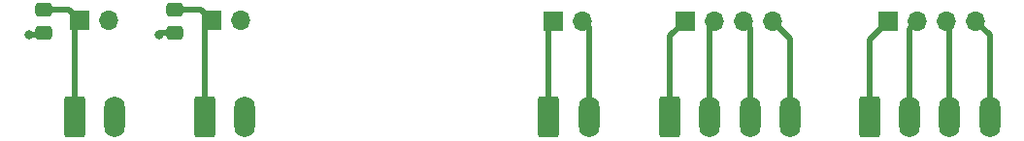
<source format=gbr>
%TF.GenerationSoftware,KiCad,Pcbnew,8.0.3*%
%TF.CreationDate,2024-08-02T17:34:24+01:00*%
%TF.ProjectId,FCPC Breakout PCB,46435043-2042-4726-9561-6b6f75742050,V1.1*%
%TF.SameCoordinates,Original*%
%TF.FileFunction,Copper,L1,Top*%
%TF.FilePolarity,Positive*%
%FSLAX46Y46*%
G04 Gerber Fmt 4.6, Leading zero omitted, Abs format (unit mm)*
G04 Created by KiCad (PCBNEW 8.0.3) date 2024-08-02 17:34:24*
%MOMM*%
%LPD*%
G01*
G04 APERTURE LIST*
G04 Aperture macros list*
%AMRoundRect*
0 Rectangle with rounded corners*
0 $1 Rounding radius*
0 $2 $3 $4 $5 $6 $7 $8 $9 X,Y pos of 4 corners*
0 Add a 4 corners polygon primitive as box body*
4,1,4,$2,$3,$4,$5,$6,$7,$8,$9,$2,$3,0*
0 Add four circle primitives for the rounded corners*
1,1,$1+$1,$2,$3*
1,1,$1+$1,$4,$5*
1,1,$1+$1,$6,$7*
1,1,$1+$1,$8,$9*
0 Add four rect primitives between the rounded corners*
20,1,$1+$1,$2,$3,$4,$5,0*
20,1,$1+$1,$4,$5,$6,$7,0*
20,1,$1+$1,$6,$7,$8,$9,0*
20,1,$1+$1,$8,$9,$2,$3,0*%
G04 Aperture macros list end*
%TA.AperFunction,ComponentPad*%
%ADD10RoundRect,0.250000X-0.650000X-1.550000X0.650000X-1.550000X0.650000X1.550000X-0.650000X1.550000X0*%
%TD*%
%TA.AperFunction,ComponentPad*%
%ADD11O,1.800000X3.600000*%
%TD*%
%TA.AperFunction,SMDPad,CuDef*%
%ADD12RoundRect,0.250000X-0.475000X0.337500X-0.475000X-0.337500X0.475000X-0.337500X0.475000X0.337500X0*%
%TD*%
%TA.AperFunction,ComponentPad*%
%ADD13R,1.700000X1.700000*%
%TD*%
%TA.AperFunction,ComponentPad*%
%ADD14O,1.700000X1.700000*%
%TD*%
%TA.AperFunction,ViaPad*%
%ADD15C,0.800000*%
%TD*%
%TA.AperFunction,Conductor*%
%ADD16C,0.500000*%
%TD*%
G04 APERTURE END LIST*
D10*
%TO.P,J3,1,Pin_1*%
%TO.N,UART TX*%
X153466800Y-127508000D03*
D11*
%TO.P,J3,2,Pin_2*%
%TO.N,UART RX*%
X156966800Y-127508000D03*
%TD*%
D12*
%TO.P,C2,1*%
%TO.N,+5V*%
X120842700Y-118121400D03*
%TO.P,C2,2*%
%TO.N,GND*%
X120842700Y-120196400D03*
%TD*%
%TO.P,C1,1*%
%TO.N,+12V*%
X109463500Y-118121400D03*
%TO.P,C1,2*%
%TO.N,GND*%
X109463500Y-120196400D03*
%TD*%
D10*
%TO.P,J4,1,Pin_1*%
%TO.N,+5V*%
X123438700Y-127540900D03*
D11*
%TO.P,J4,2,Pin_2*%
%TO.N,GND*%
X126938700Y-127540900D03*
%TD*%
D10*
%TO.P,J5,1,Pin_1*%
%TO.N,+12V*%
X112110300Y-127540900D03*
D11*
%TO.P,J5,2,Pin_2*%
%TO.N,GND*%
X115610300Y-127540900D03*
%TD*%
D10*
%TO.P,J1,1,Pin_1*%
%TO.N,CANAL*%
X181452300Y-127540900D03*
D11*
%TO.P,J1,2,Pin_2*%
%TO.N,CANAH*%
X184952300Y-127540900D03*
%TO.P,J1,3,Pin_3*%
%TO.N,CANBL*%
X188452300Y-127540900D03*
%TO.P,J1,4,Pin_4*%
%TO.N,CANBH*%
X191952300Y-127540900D03*
%TD*%
D10*
%TO.P,J2,1,Pin_1*%
%TO.N,O RS485 P*%
X164033200Y-127558800D03*
D11*
%TO.P,J2,2,Pin_2*%
%TO.N,O RS485 N*%
X167533200Y-127558800D03*
%TO.P,J2,3,Pin_3*%
%TO.N,I RS485 P*%
X171033200Y-127558800D03*
%TO.P,J2,4,Pin_4*%
%TO.N,I RS485 N*%
X174533200Y-127558800D03*
%TD*%
D13*
%TO.P,J10,1,Pin_1*%
%TO.N,O RS485 P*%
X165348800Y-119126000D03*
D14*
%TO.P,J10,2,Pin_2*%
%TO.N,O RS485 N*%
X167888800Y-119126000D03*
%TO.P,J10,3,Pin_3*%
%TO.N,I RS485 P*%
X170428800Y-119126000D03*
%TO.P,J10,4,Pin_4*%
%TO.N,I RS485 N*%
X172968800Y-119126000D03*
%TD*%
D13*
%TO.P,J8,1,Pin_1*%
%TO.N,+5V*%
X124038100Y-119057300D03*
D14*
%TO.P,J8,2,Pin_2*%
%TO.N,GND*%
X126578100Y-119057300D03*
%TD*%
D13*
%TO.P,J6,1,Pin_1*%
%TO.N,UART TX*%
X153868000Y-119126000D03*
D14*
%TO.P,J6,2,Pin_2*%
%TO.N,UART RX*%
X156408000Y-119126000D03*
%TD*%
D13*
%TO.P,J7,1,Pin_1*%
%TO.N,CANAL*%
X183078000Y-119126000D03*
D14*
%TO.P,J7,2,Pin_2*%
%TO.N,CANAH*%
X185618000Y-119126000D03*
%TO.P,J7,3,Pin_3*%
%TO.N,CANBL*%
X188158000Y-119126000D03*
%TO.P,J7,4,Pin_4*%
%TO.N,CANBH*%
X190698000Y-119126000D03*
%TD*%
D13*
%TO.P,J9,1,Pin_1*%
%TO.N,+12V*%
X112562300Y-119057300D03*
D14*
%TO.P,J9,2,Pin_2*%
%TO.N,GND*%
X115102300Y-119057300D03*
%TD*%
D15*
%TO.N,GND*%
X108142700Y-120327300D03*
X119471100Y-120327300D03*
%TD*%
D16*
%TO.N,GND*%
X119602000Y-120196400D02*
X119471100Y-120327300D01*
X109332600Y-120327300D02*
X109463500Y-120196400D01*
X108142700Y-120327300D02*
X109332600Y-120327300D01*
X120842700Y-120196400D02*
X119602000Y-120196400D01*
%TO.N,+12V*%
X109463500Y-118121400D02*
X111626400Y-118121400D01*
X112110300Y-127540900D02*
X112110300Y-119509300D01*
X111626400Y-118121400D02*
X112562300Y-119057300D01*
X112110300Y-119509300D02*
X112562300Y-119057300D01*
%TO.N,+5V*%
X123438700Y-127540900D02*
X123438700Y-119656700D01*
X123102200Y-118121400D02*
X124038100Y-119057300D01*
X123438700Y-119656700D02*
X124038100Y-119057300D01*
X120842700Y-118121400D02*
X123102200Y-118121400D01*
%TO.N,CANBH*%
X191952300Y-120380300D02*
X190698000Y-119126000D01*
X191952300Y-127540900D02*
X191952300Y-120380300D01*
%TO.N,CANAH*%
X184952300Y-127540900D02*
X184952300Y-119791700D01*
X184952300Y-119791700D02*
X185618000Y-119126000D01*
%TO.N,CANBL*%
X188452300Y-119420300D02*
X188158000Y-119126000D01*
X188452300Y-127540900D02*
X188452300Y-119420300D01*
%TO.N,CANAL*%
X181452300Y-127540900D02*
X181452300Y-120751700D01*
X181452300Y-120751700D02*
X183078000Y-119126000D01*
%TO.N,I RS485 P*%
X171033200Y-119730400D02*
X170428800Y-119126000D01*
X171033200Y-127558800D02*
X171033200Y-119730400D01*
%TO.N,O RS485 P*%
X164033200Y-120441600D02*
X165348800Y-119126000D01*
X164033200Y-127558800D02*
X164033200Y-120441600D01*
%TO.N,I RS485 N*%
X174533200Y-127558800D02*
X174533200Y-120690400D01*
X174533200Y-120690400D02*
X172968800Y-119126000D01*
%TO.N,O RS485 N*%
X167533200Y-119481600D02*
X167888800Y-119126000D01*
X167533200Y-127558800D02*
X167533200Y-119481600D01*
%TO.N,UART TX*%
X153466800Y-119527200D02*
X153868000Y-119126000D01*
X153466800Y-127508000D02*
X153466800Y-119527200D01*
%TO.N,UART RX*%
X156966800Y-119684800D02*
X156408000Y-119126000D01*
X156966800Y-127508000D02*
X156966800Y-119684800D01*
%TD*%
M02*

</source>
